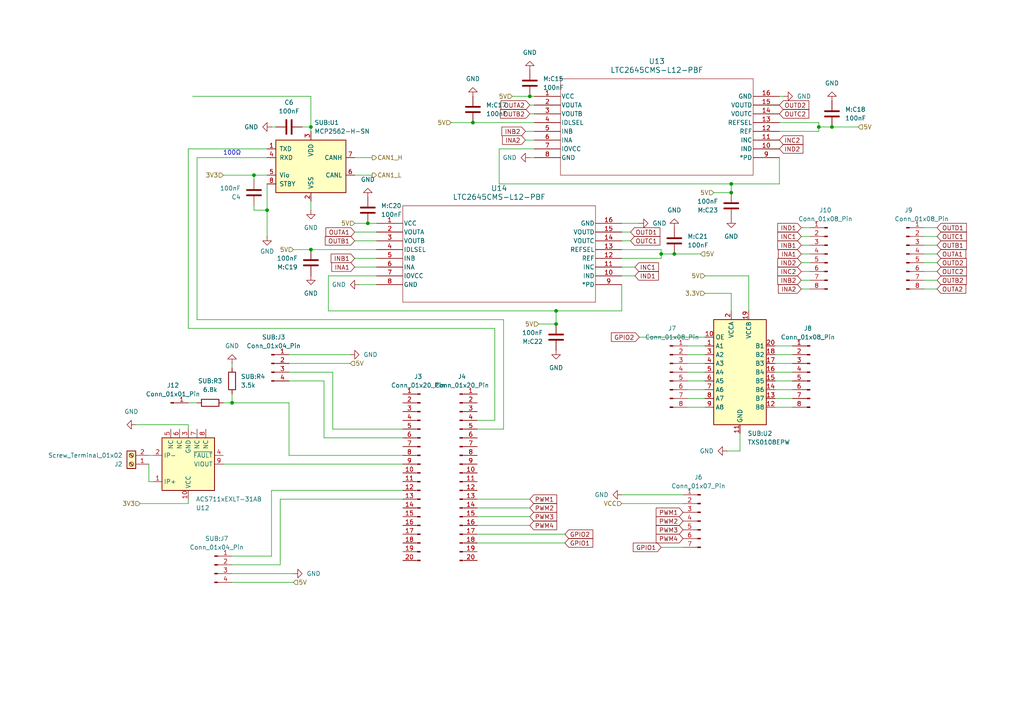
<source format=kicad_sch>
(kicad_sch (version 20231120) (generator "eeschema") (generator_version "8.0")
  (paper "A4")
  (title_block (company "Racing Team Rotterdam"))
  (lib_symbols
    (symbol "2024-10-19_12-47-35:LTC2645CMS-L12-PBF" (pin_names (offset 0.254))
      (property "Reference" "U" (at 35.56 10.16 0))
      (property "Value" "LTC2645CMS-L12-PBF" (at 35.56 7.62 0))
      (symbol "LTC2645CMS-L12-PBF_0_1"
        (polyline (pts (xy 7.62 -22.86) (xy 63.5 -22.86)) (stroke (width 0.127)))
        (polyline (pts (xy 7.62 5.08) (xy 7.62 -22.86)) (stroke (width 0.127)))
        (polyline (pts (xy 63.5 -22.86) (xy 63.5 5.08)) (stroke (width 0.127)))
        (polyline (pts (xy 63.5 5.08) (xy 7.62 5.08)) (stroke (width 0.127)))
        (pin power_in line (at 0 0 0) (length 7.62) (name "VCC") (number "1"))
        (pin input line (at 71.12 -15.24 180) (length 7.62) (name "IND") (number "10"))
        (pin input line (at 71.12 -12.7 180) (length 7.62) (name "INC") (number "11"))
        (pin bidirectional line (at 71.12 -10.16 180) (length 7.62) (name "REF") (number "12"))
        (pin input line (at 71.12 -7.62 180) (length 7.62) (name "REFSEL") (number "13"))
        (pin output line (at 71.12 -5.08 180) (length 7.62) (name "VOUTC") (number "14"))
        (pin output line (at 71.12 -2.54 180) (length 7.62) (name "VOUTD") (number "15"))
        (pin power_in line (at 71.12 0 180) (length 7.62) (name "GND") (number "16"))
        (pin output line (at 0 -2.54 0) (length 7.62) (name "VOUTA") (number "2"))
        (pin output line (at 0 -5.08 0) (length 7.62) (name "VOUTB") (number "3"))
        (pin input line (at 0 -7.62 0) (length 7.62) (name "IDLSEL") (number "4"))
        (pin input line (at 0 -10.16 0) (length 7.62) (name "INB") (number "5"))
        (pin input line (at 0 -12.7 0) (length 7.62) (name "INA") (number "6"))
        (pin bidirectional line (at 0 -15.24 0) (length 7.62) (name "IOVCC") (number "7"))
        (pin power_in line (at 0 -17.78 0) (length 7.62) (name "GND") (number "8"))
        (pin input line (at 71.12 -17.78 180) (length 7.62) (name "*PD") (number "9"))
      )
    )
    (symbol "Connector:Conn_01x01_Pin" (pin_names (offset 1.016) hide)
      (property "Reference" "J" (at 0 2.54 0))
      (property "Value" "Conn_01x01_Pin" (at 0 -2.54 0))
      (symbol "Conn_01x01_Pin_1_1"
        (polyline (pts (xy 1.27 0) (xy 0.8636 0)) (stroke (width 0.1524)))
        (rectangle (start 0.8636 0.127) (end 0 -0.127) (stroke (width 0.1524)) (fill (type outline)))
        (pin passive line (at 5.08 0 180) (length 3.81) (name "Pin_1") (number "1"))
      )
    )
    (symbol "Connector:Conn_01x04_Pin" (pin_names (offset 1.016) hide)
      (property "Reference" "J" (at 0 5.08 0))
      (property "Value" "Conn_01x04_Pin" (at 0 -7.62 0))
      (symbol "Conn_01x04_Pin_1_1"
        (polyline (pts (xy 1.27 -5.08) (xy 0.8636 -5.08)) (stroke (width 0.1524)))
        (polyline (pts (xy 1.27 -2.54) (xy 0.8636 -2.54)) (stroke (width 0.1524)))
        (polyline (pts (xy 1.27 0) (xy 0.8636 0)) (stroke (width 0.1524)))
        (polyline (pts (xy 1.27 2.54) (xy 0.8636 2.54)) (stroke (width 0.1524)))
        (rectangle (start 0.8636 -4.953) (end 0 -5.207) (stroke (width 0.1524)) (fill (type outline)))
        (rectangle (start 0.8636 -2.413) (end 0 -2.667) (stroke (width 0.1524)) (fill (type outline)))
        (rectangle (start 0.8636 0.127) (end 0 -0.127) (stroke (width 0.1524)) (fill (type outline)))
        (rectangle (start 0.8636 2.667) (end 0 2.413) (stroke (width 0.1524)) (fill (type outline)))
        (pin passive line (at 5.08 2.54 180) (length 3.81) (name "Pin_1") (number "1"))
        (pin passive line (at 5.08 0 180) (length 3.81) (name "Pin_2") (number "2"))
        (pin passive line (at 5.08 -2.54 180) (length 3.81) (name "Pin_3") (number "3"))
        (pin passive line (at 5.08 -5.08 180) (length 3.81) (name "Pin_4") (number "4"))
      )
    )
    (symbol "Connector:Conn_01x07_Pin" (pin_names (offset 1.016) hide)
      (property "Reference" "J" (at 0 10.16 0))
      (property "Value" "Conn_01x07_Pin" (at 0 -10.16 0))
      (symbol "Conn_01x07_Pin_1_1"
        (polyline (pts (xy 1.27 -7.62) (xy 0.8636 -7.62)) (stroke (width 0.1524)))
        (polyline (pts (xy 1.27 -5.08) (xy 0.8636 -5.08)) (stroke (width 0.1524)))
        (polyline (pts (xy 1.27 -2.54) (xy 0.8636 -2.54)) (stroke (width 0.1524)))
        (polyline (pts (xy 1.27 0) (xy 0.8636 0)) (stroke (width 0.1524)))
        (polyline (pts (xy 1.27 2.54) (xy 0.8636 2.54)) (stroke (width 0.1524)))
        (polyline (pts (xy 1.27 5.08) (xy 0.8636 5.08)) (stroke (width 0.1524)))
        (polyline (pts (xy 1.27 7.62) (xy 0.8636 7.62)) (stroke (width 0.1524)))
        (rectangle (start 0.8636 -7.493) (end 0 -7.747) (stroke (width 0.1524)) (fill (type outline)))
        (rectangle (start 0.8636 -4.953) (end 0 -5.207) (stroke (width 0.1524)) (fill (type outline)))
        (rectangle (start 0.8636 -2.413) (end 0 -2.667) (stroke (width 0.1524)) (fill (type outline)))
        (rectangle (start 0.8636 0.127) (end 0 -0.127) (stroke (width 0.1524)) (fill (type outline)))
        (rectangle (start 0.8636 2.667) (end 0 2.413) (stroke (width 0.1524)) (fill (type outline)))
        (rectangle (start 0.8636 5.207) (end 0 4.953) (stroke (width 0.1524)) (fill (type outline)))
        (rectangle (start 0.8636 7.747) (end 0 7.493) (stroke (width 0.1524)) (fill (type outline)))
        (pin passive line (at 5.08 7.62 180) (length 3.81) (name "Pin_1") (number "1"))
        (pin passive line (at 5.08 5.08 180) (length 3.81) (name "Pin_2") (number "2"))
        (pin passive line (at 5.08 2.54 180) (length 3.81) (name "Pin_3") (number "3"))
        (pin passive line (at 5.08 0 180) (length 3.81) (name "Pin_4") (number "4"))
        (pin passive line (at 5.08 -2.54 180) (length 3.81) (name "Pin_5") (number "5"))
        (pin passive line (at 5.08 -5.08 180) (length 3.81) (name "Pin_6") (number "6"))
        (pin passive line (at 5.08 -7.62 180) (length 3.81) (name "Pin_7") (number "7"))
      )
    )
    (symbol "Connector:Conn_01x08_Pin" (pin_names (offset 1.016) hide)
      (property "Reference" "J" (at 0 10.16 0))
      (property "Value" "Conn_01x08_Pin" (at 0 -12.7 0))
      (symbol "Conn_01x08_Pin_1_1"
        (polyline (pts (xy 1.27 -10.16) (xy 0.8636 -10.16)) (stroke (width 0.1524)))
        (polyline (pts (xy 1.27 -7.62) (xy 0.8636 -7.62)) (stroke (width 0.1524)))
        (polyline (pts (xy 1.27 -5.08) (xy 0.8636 -5.08)) (stroke (width 0.1524)))
        (polyline (pts (xy 1.27 -2.54) (xy 0.8636 -2.54)) (stroke (width 0.1524)))
        (polyline (pts (xy 1.27 0) (xy 0.8636 0)) (stroke (width 0.1524)))
        (polyline (pts (xy 1.27 2.54) (xy 0.8636 2.54)) (stroke (width 0.1524)))
        (polyline (pts (xy 1.27 5.08) (xy 0.8636 5.08)) (stroke (width 0.1524)))
        (polyline (pts (xy 1.27 7.62) (xy 0.8636 7.62)) (stroke (width 0.1524)))
        (rectangle (start 0.8636 -10.033) (end 0 -10.287) (stroke (width 0.1524)) (fill (type outline)))
        (rectangle (start 0.8636 -7.493) (end 0 -7.747) (stroke (width 0.1524)) (fill (type outline)))
        (rectangle (start 0.8636 -4.953) (end 0 -5.207) (stroke (width 0.1524)) (fill (type outline)))
        (rectangle (start 0.8636 -2.413) (end 0 -2.667) (stroke (width 0.1524)) (fill (type outline)))
        (rectangle (start 0.8636 0.127) (end 0 -0.127) (stroke (width 0.1524)) (fill (type outline)))
        (rectangle (start 0.8636 2.667) (end 0 2.413) (stroke (width 0.1524)) (fill (type outline)))
        (rectangle (start 0.8636 5.207) (end 0 4.953) (stroke (width 0.1524)) (fill (type outline)))
        (rectangle (start 0.8636 7.747) (end 0 7.493) (stroke (width 0.1524)) (fill (type outline)))
        (pin passive line (at 5.08 7.62 180) (length 3.81) (name "Pin_1") (number "1"))
        (pin passive line (at 5.08 5.08 180) (length 3.81) (name "Pin_2") (number "2"))
        (pin passive line (at 5.08 2.54 180) (length 3.81) (name "Pin_3") (number "3"))
        (pin passive line (at 5.08 0 180) (length 3.81) (name "Pin_4") (number "4"))
        (pin passive line (at 5.08 -2.54 180) (length 3.81) (name "Pin_5") (number "5"))
        (pin passive line (at 5.08 -5.08 180) (length 3.81) (name "Pin_6") (number "6"))
        (pin passive line (at 5.08 -7.62 180) (length 3.81) (name "Pin_7") (number "7"))
        (pin passive line (at 5.08 -10.16 180) (length 3.81) (name "Pin_8") (number "8"))
      )
    )
    (symbol "Connector:Conn_01x20_Pin" (pin_names (offset 1.016) hide)
      (property "Reference" "J" (at 0 25.4 0))
      (property "Value" "Conn_01x20_Pin" (at 0 -27.94 0))
      (symbol "Conn_01x20_Pin_1_1"
        (polyline (pts (xy 1.27 -25.4) (xy 0.8636 -25.4)) (stroke (width 0.1524)))
        (polyline (pts (xy 1.27 -22.86) (xy 0.8636 -22.86)) (stroke (width 0.1524)))
        (polyline (pts (xy 1.27 -20.32) (xy 0.8636 -20.32)) (stroke (width 0.1524)))
        (polyline (pts (xy 1.27 -17.78) (xy 0.8636 -17.78)) (stroke (width 0.1524)))
        (polyline (pts (xy 1.27 -15.24) (xy 0.8636 -15.24)) (stroke (width 0.1524)))
        (polyline (pts (xy 1.27 -12.7) (xy 0.8636 -12.7)) (stroke (width 0.1524)))
        (polyline (pts (xy 1.27 -10.16) (xy 0.8636 -10.16)) (stroke (width 0.1524)))
        (polyline (pts (xy 1.27 -7.62) (xy 0.8636 -7.62)) (stroke (width 0.1524)))
        (polyline (pts (xy 1.27 -5.08) (xy 0.8636 -5.08)) (stroke (width 0.1524)))
        (polyline (pts (xy 1.27 -2.54) (xy 0.8636 -2.54)) (stroke (width 0.1524)))
        (polyline (pts (xy 1.27 0) (xy 0.8636 0)) (stroke (width 0.1524)))
        (polyline (pts (xy 1.27 2.54) (xy 0.8636 2.54)) (stroke (width 0.1524)))
        (polyline (pts (xy 1.27 5.08) (xy 0.8636 5.08)) (stroke (width 0.1524)))
        (polyline (pts (xy 1.27 7.62) (xy 0.8636 7.62)) (stroke (width 0.1524)))
        (polyline (pts (xy 1.27 10.16) (xy 0.8636 10.16)) (stroke (width 0.1524)))
        (polyline (pts (xy 1.27 12.7) (xy 0.8636 12.7)) (stroke (width 0.1524)))
        (polyline (pts (xy 1.27 15.24) (xy 0.8636 15.24)) (stroke (width 0.1524)))
        (polyline (pts (xy 1.27 17.78) (xy 0.8636 17.78)) (stroke (width 0.1524)))
        (polyline (pts (xy 1.27 20.32) (xy 0.8636 20.32)) (stroke (width 0.1524)))
        (polyline (pts (xy 1.27 22.86) (xy 0.8636 22.86)) (stroke (width 0.1524)))
        (rectangle (start 0.8636 -25.273) (end 0 -25.527) (stroke (width 0.1524)) (fill (type outline)))
        (rectangle (start 0.8636 -22.733) (end 0 -22.987) (stroke (width 0.1524)) (fill (type outline)))
        (rectangle (start 0.8636 -20.193) (end 0 -20.447) (stroke (width 0.1524)) (fill (type outline)))
        (rectangle (start 0.8636 -17.653) (end 0 -17.907) (stroke (width 0.1524)) (fill (type outline)))
        (rectangle (start 0.8636 -15.113) (end 0 -15.367) (stroke (width 0.1524)) (fill (type outline)))
        (rectangle (start 0.8636 -12.573) (end 0 -12.827) (stroke (width 0.1524)) (fill (type outline)))
        (rectangle (start 0.8636 -10.033) (end 0 -10.287) (stroke (width 0.1524)) (fill (type outline)))
        (rectangle (start 0.8636 -7.493) (end 0 -7.747) (stroke (width 0.1524)) (fill (type outline)))
        (rectangle (start 0.8636 -4.953) (end 0 -5.207) (stroke (width 0.1524)) (fill (type outline)))
        (rectangle (start 0.8636 -2.413) (end 0 -2.667) (stroke (width 0.1524)) (fill (type outline)))
        (rectangle (start 0.8636 0.127) (end 0 -0.127) (stroke (width 0.1524)) (fill (type outline)))
        (rectangle (start 0.8636 2.667) (end 0 2.413) (stroke (width 0.1524)) (fill (type outline)))
        (rectangle (start 0.8636 5.207) (end 0 4.953) (stroke (width 0.1524)) (fill (type outline)))
        (rectangle (start 0.8636 7.747) (end 0 7.493) (stroke (width 0.1524)) (fill (type outline)))
        (rectangle (start 0.8636 10.287) (end 0 10.033) (stroke (width 0.1524)) (fill (type outline)))
        (rectangle (start 0.8636 12.827) (end 0 12.573) (stroke (width 0.1524)) (fill (type outline)))
        (rectangle (start 0.8636 15.367) (end 0 15.113) (stroke (width 0.1524)) (fill (type outline)))
        (rectangle (start 0.8636 17.907) (end 0 17.653) (stroke (width 0.1524)) (fill (type outline)))
        (rectangle (start 0.8636 20.447) (end 0 20.193) (stroke (width 0.1524)) (fill (type outline)))
        (rectangle (start 0.8636 22.987) (end 0 22.733) (stroke (width 0.1524)) (fill (type outline)))
        (pin passive line (at 5.08 22.86 180) (length 3.81) (name "Pin_1") (number "1"))
        (pin passive line (at 5.08 0 180) (length 3.81) (name "Pin_10") (number "10"))
        (pin passive line (at 5.08 -2.54 180) (length 3.81) (name "Pin_11") (number "11"))
        (pin passive line (at 5.08 -5.08 180) (length 3.81) (name "Pin_12") (number "12"))
        (pin passive line (at 5.08 -7.62 180) (length 3.81) (name "Pin_13") (number "13"))
        (pin passive line (at 5.08 -10.16 180) (length 3.81) (name "Pin_14") (number "14"))
        (pin passive line (at 5.08 -12.7 180) (length 3.81) (name "Pin_15") (number "15"))
        (pin passive line (at 5.08 -15.24 180) (length 3.81) (name "Pin_16") (number "16"))
        (pin passive line (at 5.08 -17.78 180) (length 3.81) (name "Pin_17") (number "17"))
        (pin passive line (at 5.08 -20.32 180) (length 3.81) (name "Pin_18") (number "18"))
        (pin passive line (at 5.08 -22.86 180) (length 3.81) (name "Pin_19") (number "19"))
        (pin passive line (at 5.08 20.32 180) (length 3.81) (name "Pin_2") (number "2"))
        (pin passive line (at 5.08 -25.4 180) (length 3.81) (name "Pin_20") (number "20"))
        (pin passive line (at 5.08 17.78 180) (length 3.81) (name "Pin_3") (number "3"))
        (pin passive line (at 5.08 15.24 180) (length 3.81) (name "Pin_4") (number "4"))
        (pin passive line (at 5.08 12.7 180) (length 3.81) (name "Pin_5") (number "5"))
        (pin passive line (at 5.08 10.16 180) (length 3.81) (name "Pin_6") (number "6"))
        (pin passive line (at 5.08 7.62 180) (length 3.81) (name "Pin_7") (number "7"))
        (pin passive line (at 5.08 5.08 180) (length 3.81) (name "Pin_8") (number "8"))
        (pin passive line (at 5.08 2.54 180) (length 3.81) (name "Pin_9") (number "9"))
      )
    )
    (symbol "Connector:Screw_Terminal_01x02" (pin_names (offset 1.016) hide)
      (property "Reference" "J" (at 0 2.54 0))
      (property "Value" "Screw_Terminal_01x02" (at 0 -5.08 0))
      (symbol "Screw_Terminal_01x02_1_1"
        (rectangle (start -1.27 1.27) (end 1.27 -3.81) (stroke (width 0.254)) (fill (type background)))
        (circle (center 0 -2.54) (radius 0.635) (stroke (width 0.1524)))
        (polyline (pts (xy -0.5334 -2.2098) (xy 0.3302 -3.048)) (stroke (width 0.1524)))
        (polyline (pts (xy -0.5334 0.3302) (xy 0.3302 -0.508)) (stroke (width 0.1524)))
        (polyline (pts (xy -0.3556 -2.032) (xy 0.508 -2.8702)) (stroke (width 0.1524)))
        (polyline (pts (xy -0.3556 0.508) (xy 0.508 -0.3302)) (stroke (width 0.1524)))
        (circle (center 0 0) (radius 0.635) (stroke (width 0.1524)))
        (pin passive line (at -5.08 0 0) (length 3.81) (name "Pin_1") (number "1"))
        (pin passive line (at -5.08 -2.54 0) (length 3.81) (name "Pin_2") (number "2"))
      )
    )
    (symbol "Device:C" (pin_numbers hide) (pin_names (offset 0.254))
      (property "Reference" "C" (at 0.635 2.54 0))
      (property "Value" "C" (at 0.635 -2.54 0))
      (symbol "C_0_1"
        (polyline (pts (xy -2.032 -0.762) (xy 2.032 -0.762)) (stroke (width 0.508)))
        (polyline (pts (xy -2.032 0.762) (xy 2.032 0.762)) (stroke (width 0.508)))
      )
      (symbol "C_1_1"
        (pin passive line (at 0 3.81 270) (length 2.794) (name "~") (number "1"))
        (pin passive line (at 0 -3.81 90) (length 2.794) (name "~") (number "2"))
      )
    )
    (symbol "Device:R" (pin_numbers hide) (pin_names (offset 0))
      (property "Reference" "R" (at 2.032 0 90))
      (property "Value" "R" (at 0 0 90))
      (symbol "R_0_1"
        (rectangle (start -1.016 -2.54) (end 1.016 2.54) (stroke (width 0.254)))
      )
      (symbol "R_1_1"
        (pin passive line (at 0 3.81 270) (length 1.27) (name "~") (number "1"))
        (pin passive line (at 0 -3.81 90) (length 1.27) (name "~") (number "2"))
      )
    )
    (symbol "Interface_CAN_LIN:MCP2562-H-SN" (pin_names (offset 1.016))
      (property "Reference" "U" (at -10.16 8.89 0))
      (property "Value" "MCP2562-H-SN" (at 2.54 8.89 0))
      (symbol "MCP2562-H-SN_0_1"
        (rectangle (start -10.16 7.62) (end 10.16 -7.62) (stroke (width 0.254)) (fill (type background)))
      )
      (symbol "MCP2562-H-SN_1_1"
        (pin input line (at -12.7 5.08 0) (length 2.54) (name "TXD") (number "1"))
        (pin power_in line (at 0 -10.16 90) (length 2.54) (name "VSS") (number "2"))
        (pin power_in line (at 0 10.16 270) (length 2.54) (name "VDD") (number "3"))
        (pin output line (at -12.7 2.54 0) (length 2.54) (name "RXD") (number "4"))
        (pin power_in line (at -12.7 -2.54 0) (length 2.54) (name "Vio") (number "5"))
        (pin bidirectional line (at 12.7 -2.54 180) (length 2.54) (name "CANL") (number "6"))
        (pin bidirectional line (at 12.7 2.54 180) (length 2.54) (name "CANH") (number "7"))
        (pin input line (at -12.7 -5.08 0) (length 2.54) (name "STBY") (number "8"))
      )
    )
    (symbol "Logic_LevelTranslator:TXS0108EPW"
      (property "Reference" "U" (at -6.35 16.51 0))
      (property "Value" "TXS0108EPW" (at 3.81 16.51 0))
      (symbol "TXS0108EPW_0_1"
        (rectangle (start -7.62 15.24) (end 7.62 -15.24) (stroke (width 0.254)) (fill (type background)))
      )
      (symbol "TXS0108EPW_1_1"
        (pin bidirectional line (at -10.16 7.62 0) (length 2.54) (name "A1") (number "1"))
        (pin input line (at -10.16 10.16 0) (length 2.54) (name "OE") (number "10"))
        (pin power_in line (at 0 -17.78 90) (length 2.54) (name "GND") (number "11"))
        (pin bidirectional line (at 10.16 -10.16 180) (length 2.54) (name "B8") (number "12"))
        (pin bidirectional line (at 10.16 -7.62 180) (length 2.54) (name "B7") (number "13"))
        (pin bidirectional line (at 10.16 -5.08 180) (length 2.54) (name "B6") (number "14"))
        (pin bidirectional line (at 10.16 -2.54 180) (length 2.54) (name "B5") (number "15"))
        (pin bidirectional line (at 10.16 0 180) (length 2.54) (name "B4") (number "16"))
        (pin bidirectional line (at 10.16 2.54 180) (length 2.54) (name "B3") (number "17"))
        (pin bidirectional line (at 10.16 5.08 180) (length 2.54) (name "B2") (number "18"))
        (pin power_in line (at 2.54 17.78 270) (length 2.54) (name "VCCB") (number "19"))
        (pin power_in line (at -2.54 17.78 270) (length 2.54) (name "VCCA") (number "2"))
        (pin bidirectional line (at 10.16 7.62 180) (length 2.54) (name "B1") (number "20"))
        (pin bidirectional line (at -10.16 5.08 0) (length 2.54) (name "A2") (number "3"))
        (pin bidirectional line (at -10.16 2.54 0) (length 2.54) (name "A3") (number "4"))
        (pin bidirectional line (at -10.16 0 0) (length 2.54) (name "A4") (number "5"))
        (pin bidirectional line (at -10.16 -2.54 0) (length 2.54) (name "A5") (number "6"))
        (pin bidirectional line (at -10.16 -5.08 0) (length 2.54) (name "A6") (number "7"))
        (pin bidirectional line (at -10.16 -7.62 0) (length 2.54) (name "A7") (number "8"))
        (pin bidirectional line (at -10.16 -10.16 0) (length 2.54) (name "A8") (number "9"))
      )
    )
    (symbol "Sensor_Current:ACS711xEXLT-31AB"
      (property "Reference" "U" (at 8.89 6.35 0))
      (property "Value" "ACS711xEXLT-31AB" (at 8.89 3.81 0))
      (symbol "ACS711xEXLT-31AB_0_1"
        (rectangle (start -7.62 7.62) (end 7.62 -7.62) (stroke (width 0.254)) (fill (type background)))
      )
      (symbol "ACS711xEXLT-31AB_1_1"
        (pin passive line (at -10.16 5.08 0) (length 2.54) (name "IP+") (number "1"))
        (pin power_in line (at 0 10.16 270) (length 2.54) (name "VCC") (number "10"))
        (pin passive line (at -10.16 -2.54 0) (length 2.54) (name "IP-") (number "2"))
        (pin power_in line (at 0 -10.16 90) (length 2.54) (name "GND") (number "3"))
        (pin output line (at 10.16 -2.54 180) (length 2.54) (name "~{FAULT}") (number "4"))
        (pin passive line (at -5.08 -10.16 90) (length 2.54) (name "NC") (number "5"))
        (pin passive line (at -2.54 -10.16 90) (length 2.54) (name "NC") (number "6"))
        (pin passive line (at 2.54 -10.16 90) (length 2.54) (name "NC") (number "7"))
        (pin passive line (at 5.08 -10.16 90) (length 2.54) (name "NC") (number "8"))
        (pin output line (at 10.16 0 180) (length 2.54) (name "VIOUT") (number "9"))
      )
    )
    (symbol "power:GND" (power) (pin_numbers hide) (pin_names (offset 0) hide)
      (property "Value" "GND" (at 0 -3.81 0))
      (symbol "GND_0_1"
        (polyline (pts (xy 0 0) (xy 0 -1.27) (xy 1.27 -1.27) (xy 0 -2.54) (xy -1.27 -1.27) (xy 0 -1.27)))
      )
      (symbol "GND_1_1"
        (pin power_in line (at 0 0 270) (length 0) (name "~") (number "1"))
      )
    )
  )
  (junction (at 67.31 116.84))
  (junction (at 161.29 90.17))
  (junction (at 212.09 55.88))
  (junction (at 237.49 36.83))
  (junction (at 73.66 50.8))
  (junction (at 241.3 36.83))
  (junction (at 153.67 27.94))
  (junction (at 195.58 73.66))
  (junction (at 90.17 36.83))
  (junction (at 90.17 72.39))
  (junction (at 161.29 93.98))
  (junction (at 212.09 53.34))
  (junction (at 77.47 60.96))
  (junction (at 106.68 64.77))
  (junction (at 137.16 35.56))
  (junction (at 191.77 73.66))
  (wire (pts (xy 232.41 73.66) (xy 234.95 73.66)))
  (wire (pts (xy 83.82 116.84) (xy 67.31 116.84)))
  (wire (pts (xy 180.34 80.01) (xy 184.15 80.01)))
  (wire (pts (xy 95.25 90.17) (xy 161.29 90.17)))
  (wire (pts (xy 93.98 110.49) (xy 93.98 127)))
  (wire (pts (xy 143.51 121.92) (xy 138.43 121.92)))
  (wire (pts (xy 185.42 64.77) (xy 180.34 64.77)))
  (wire (pts (xy 143.51 95.25) (xy 143.51 121.92)))
  (wire (pts (xy 73.66 52.07) (xy 73.66 50.8)))
  (wire (pts (xy 229.87 102.87) (xy 224.79 102.87)))
  (wire (pts (xy 180.34 69.85) (xy 182.88 69.85)))
  (wire (pts (xy 102.87 45.72) (xy 107.95 45.72)))
  (wire (pts (xy 95.25 80.01) (xy 95.25 90.17)))
  (wire (pts (xy 214.63 130.81) (xy 214.63 125.73)))
  (wire (pts (xy 43.18 134.62) (xy 43.18 139.7)))
  (wire (pts (xy 78.74 142.24) (xy 116.84 142.24)))
  (wire (pts (xy 109.22 80.01) (xy 95.25 80.01)))
  (wire (pts (xy 73.66 60.96) (xy 77.47 60.96)))
  (wire (pts (xy 39.37 123.19) (xy 54.61 123.19)))
  (wire (pts (xy 271.78 81.28) (xy 267.97 81.28)))
  (wire (pts (xy 102.87 69.85) (xy 109.22 69.85)))
  (wire (pts (xy 144.78 53.34) (xy 212.09 53.34)))
  (wire (pts (xy 234.95 78.74) (xy 232.41 78.74)))
  (wire (pts (xy 232.41 71.12) (xy 234.95 71.12)))
  (wire (pts (xy 102.87 50.8) (xy 107.95 50.8)))
  (wire (pts (xy 229.87 105.41) (xy 224.79 105.41)))
  (wire (pts (xy 153.67 45.72) (xy 154.94 45.72)))
  (wire (pts (xy 96.52 124.46) (xy 116.84 124.46)))
  (wire (pts (xy 138.43 152.4) (xy 153.67 152.4)))
  (wire (pts (xy 96.52 124.46) (xy 96.52 107.95)))
  (wire (pts (xy 237.49 35.56) (xy 237.49 36.83)))
  (wire (pts (xy 102.87 74.93) (xy 109.22 74.93)))
  (wire (pts (xy 90.17 72.39) (xy 109.22 72.39)))
  (wire (pts (xy 234.95 83.82) (xy 232.41 83.82)))
  (wire (pts (xy 241.3 36.83) (xy 237.49 36.83)))
  (wire (pts (xy 222.25 43.18) (xy 226.06 43.18)))
  (wire (pts (xy 54.61 43.18) (xy 77.47 43.18)))
  (wire (pts (xy 222.25 33.02) (xy 226.06 33.02)))
  (wire (pts (xy 212.09 53.34) (xy 212.09 55.88)))
  (wire (pts (xy 180.34 77.47) (xy 184.15 77.47)))
  (wire (pts (xy 180.34 72.39) (xy 191.77 72.39)))
  (wire (pts (xy 232.41 68.58) (xy 234.95 68.58)))
  (wire (pts (xy 229.87 100.33) (xy 224.79 100.33)))
  (wire (pts (xy 78.74 142.24) (xy 78.74 161.29)))
  (wire (pts (xy 195.58 73.66) (xy 191.77 73.66)))
  (wire (pts (xy 102.87 77.47) (xy 109.22 77.47)))
  (wire (pts (xy 229.87 118.11) (xy 224.79 118.11)))
  (wire (pts (xy 67.31 161.29) (xy 78.74 161.29)))
  (wire (pts (xy 226.06 53.34) (xy 226.06 45.72)))
  (wire (pts (xy 83.82 107.95) (xy 96.52 107.95)))
  (wire (pts (xy 203.2 73.66) (xy 195.58 73.66)))
  (wire (pts (xy 144.78 43.18) (xy 144.78 53.34)))
  (wire (pts (xy 199.39 113.03) (xy 204.47 113.03)))
  (wire (pts (xy 43.18 139.7) (xy 44.45 139.7)))
  (wire (pts (xy 199.39 102.87) (xy 204.47 102.87)))
  (wire (pts (xy 67.31 114.3) (xy 67.31 116.84)))
  (wire (pts (xy 210.82 130.81) (xy 214.63 130.81)))
  (wire (pts (xy 199.39 118.11) (xy 204.47 118.11)))
  (wire (pts (xy 199.39 105.41) (xy 204.47 105.41)))
  (wire (pts (xy 90.17 38.1) (xy 90.17 36.83)))
  (wire (pts (xy 54.61 95.25) (xy 143.51 95.25)))
  (wire (pts (xy 226.06 35.56) (xy 237.49 35.56)))
  (wire (pts (xy 101.6 102.87) (xy 83.82 102.87)))
  (wire (pts (xy 237.49 38.1) (xy 226.06 38.1)))
  (wire (pts (xy 234.95 76.2) (xy 232.41 76.2)))
  (wire (pts (xy 271.78 73.66) (xy 267.97 73.66)))
  (wire (pts (xy 77.47 60.96) (xy 77.47 53.34)))
  (wire (pts (xy 212.09 53.34) (xy 226.06 53.34)))
  (wire (pts (xy 90.17 27.94) (xy 90.17 36.83)))
  (wire (pts (xy 191.77 73.66) (xy 191.77 74.93)))
  (wire (pts (xy 248.92 36.83) (xy 241.3 36.83)))
  (wire (pts (xy 212.09 85.09) (xy 212.09 90.17)))
  (wire (pts (xy 199.39 107.95) (xy 204.47 107.95)))
  (wire (pts (xy 93.98 127) (xy 116.84 127)))
  (wire (pts (xy 199.39 110.49) (xy 204.47 110.49)))
  (wire (pts (xy 222.25 40.64) (xy 226.06 40.64)))
  (wire (pts (xy 271.78 78.74) (xy 267.97 78.74)))
  (wire (pts (xy 152.4 38.1) (xy 154.94 38.1)))
  (wire (pts (xy 81.28 144.78) (xy 116.84 144.78)))
  (wire (pts (xy 222.25 30.48) (xy 226.06 30.48)))
  (wire (pts (xy 207.01 55.88) (xy 212.09 55.88)))
  (wire (pts (xy 83.82 132.08) (xy 116.84 132.08)))
  (wire (pts (xy 199.39 115.57) (xy 204.47 115.57)))
  (wire (pts (xy 102.87 64.77) (xy 106.68 64.77)))
  (wire (pts (xy 102.87 67.31) (xy 109.22 67.31)))
  (wire (pts (xy 161.29 90.17) (xy 161.29 93.98)))
  (wire (pts (xy 180.34 143.51) (xy 198.12 143.51)))
  (wire (pts (xy 153.67 144.78) (xy 138.43 144.78)))
  (wire (pts (xy 80.01 36.83) (xy 78.74 36.83)))
  (wire (pts (xy 217.17 80.01) (xy 217.17 90.17)))
  (wire (pts (xy 146.05 124.46) (xy 138.43 124.46)))
  (wire (pts (xy 137.16 35.56) (xy 154.94 35.56)))
  (wire (pts (xy 55.88 27.94) (xy 90.17 27.94)))
  (wire (pts (xy 67.31 106.68) (xy 67.31 105.41)))
  (wire (pts (xy 161.29 90.17) (xy 180.34 90.17)))
  (wire (pts (xy 154.94 43.18) (xy 144.78 43.18)))
  (wire (pts (xy 83.82 116.84) (xy 83.82 132.08)))
  (wire (pts (xy 138.43 154.94) (xy 163.83 154.94)))
  (wire (pts (xy 138.43 147.32) (xy 153.67 147.32)))
  (wire (pts (xy 180.34 67.31) (xy 182.88 67.31)))
  (wire (pts (xy 54.61 146.05) (xy 54.61 144.78)))
  (wire (pts (xy 85.09 72.39) (xy 90.17 72.39)))
  (wire (pts (xy 73.66 50.8) (xy 77.47 50.8)))
  (wire (pts (xy 85.09 168.91) (xy 67.31 168.91)))
  (wire (pts (xy 191.77 72.39) (xy 191.77 73.66)))
  (wire (pts (xy 271.78 66.04) (xy 267.97 66.04)))
  (wire (pts (xy 40.64 146.05) (xy 54.61 146.05)))
  (wire (pts (xy 232.41 66.04) (xy 234.95 66.04)))
  (wire (pts (xy 81.28 144.78) (xy 81.28 163.83)))
  (wire (pts (xy 64.77 116.84) (xy 67.31 116.84)))
  (wire (pts (xy 191.77 74.93) (xy 180.34 74.93)))
  (wire (pts (xy 54.61 95.25) (xy 54.61 43.18)))
  (wire (pts (xy 87.63 36.83) (xy 90.17 36.83)))
  (wire (pts (xy 271.78 83.82) (xy 267.97 83.82)))
  (wire (pts (xy 227.33 27.94) (xy 226.06 27.94)))
  (wire (pts (xy 229.87 110.49) (xy 224.79 110.49)))
  (wire (pts (xy 229.87 115.57) (xy 224.79 115.57)))
  (wire (pts (xy 130.81 35.56) (xy 137.16 35.56)))
  (wire (pts (xy 271.78 68.58) (xy 267.97 68.58)))
  (wire (pts (xy 146.05 92.71) (xy 146.05 124.46)))
  (wire (pts (xy 199.39 100.33) (xy 204.47 100.33)))
  (wire (pts (xy 271.78 71.12) (xy 267.97 71.12)))
  (wire (pts (xy 44.45 132.08) (xy 43.18 132.08)))
  (wire (pts (xy 57.15 92.71) (xy 146.05 92.71)))
  (wire (pts (xy 101.6 105.41) (xy 83.82 105.41)))
  (wire (pts (xy 90.17 60.96) (xy 90.17 58.42)))
  (wire (pts (xy 234.95 81.28) (xy 232.41 81.28)))
  (wire (pts (xy 104.14 82.55) (xy 109.22 82.55)))
  (wire (pts (xy 54.61 124.46) (xy 54.61 123.19)))
  (wire (pts (xy 153.67 33.02) (xy 154.94 33.02)))
  (wire (pts (xy 191.77 158.75) (xy 198.12 158.75)))
  (wire (pts (xy 204.47 85.09) (xy 212.09 85.09)))
  (wire (pts (xy 106.68 64.77) (xy 109.22 64.77)))
  (wire (pts (xy 153.67 27.94) (xy 154.94 27.94)))
  (wire (pts (xy 153.67 30.48) (xy 154.94 30.48)))
  (wire (pts (xy 73.66 59.69) (xy 73.66 60.96)))
  (wire (pts (xy 180.34 90.17) (xy 180.34 82.55)))
  (wire (pts (xy 237.49 36.83) (xy 237.49 38.1)))
  (wire (pts (xy 64.77 50.8) (xy 73.66 50.8)))
  (wire (pts (xy 138.43 157.48) (xy 163.83 157.48)))
  (wire (pts (xy 185.42 97.79) (xy 204.47 97.79)))
  (wire (pts (xy 152.4 40.64) (xy 154.94 40.64)))
  (wire (pts (xy 204.47 80.01) (xy 217.17 80.01)))
  (wire (pts (xy 85.09 166.37) (xy 67.31 166.37)))
  (wire (pts (xy 229.87 107.95) (xy 224.79 107.95)))
  (wire (pts (xy 148.59 27.94) (xy 153.67 27.94)))
  (wire (pts (xy 64.77 134.62) (xy 116.84 134.62)))
  (wire (pts (xy 180.34 146.05) (xy 198.12 146.05)))
  (wire (pts (xy 57.15 92.71) (xy 57.15 45.72)))
  (wire (pts (xy 67.31 163.83) (xy 81.28 163.83)))
  (wire (pts (xy 156.21 93.98) (xy 161.29 93.98)))
  (wire (pts (xy 229.87 113.03) (xy 224.79 113.03)))
  (wire (pts (xy 271.78 76.2) (xy 267.97 76.2)))
  (wire (pts (xy 77.47 60.96) (xy 77.47 68.58)))
  (wire (pts (xy 138.43 149.86) (xy 153.67 149.86)))
  (wire (pts (xy 57.15 45.72) (xy 77.47 45.72)))
  (wire (pts (xy 83.82 110.49) (xy 93.98 110.49)))
  (wire (pts (xy 57.15 116.84) (xy 54.61 116.84)))
  (text "100Ω" (at 67.31 44.45 0) (effects (font (size 1.27 1.27))))
  (global_label "INC1" (shape input) (at 232.41 68.58 180) (property "Intersheetrefs" "${INTERSHEET_REFS}" (effects (hide yes))))
  (global_label "OUTA1" (shape input) (at 102.87 67.31 180) (property "Intersheetrefs" "${INTERSHEET_REFS}" (effects (hide yes))))
  (global_label "OUTC2" (shape input) (at 226.06 33.02 0) (property "Intersheetrefs" "${INTERSHEET_REFS}" (effects (hide yes))))
  (global_label "IND2" (shape input) (at 226.06 43.18 0) (property "Intersheetrefs" "${INTERSHEET_REFS}" (effects (hide yes))))
  (global_label "PWM3" (shape input) (at 153.67 149.86 0) (property "Intersheetrefs" "${INTERSHEET_REFS}" (effects (hide yes))))
  (global_label "PWM4" (shape input) (at 198.12 156.21 180) (property "Intersheetrefs" "${INTERSHEET_REFS}" (effects (hide yes))))
  (global_label "INB1" (shape input) (at 102.87 74.93 180) (property "Intersheetrefs" "${INTERSHEET_REFS}" (effects (hide yes))))
  (global_label "INB2" (shape input) (at 232.41 81.28 180) (property "Intersheetrefs" "${INTERSHEET_REFS}" (effects (hide yes))))
  (global_label "OUTD2" (shape input) (at 271.78 76.2 0) (property "Intersheetrefs" "${INTERSHEET_REFS}" (effects (hide yes))))
  (global_label "OUTD1" (shape input) (at 182.88 67.31 0) (property "Intersheetrefs" "${INTERSHEET_REFS}" (effects (hide yes))))
  (global_label "OUTD1" (shape input) (at 271.78 66.04 0) (property "Intersheetrefs" "${INTERSHEET_REFS}" (effects (hide yes))))
  (global_label "GPIO1" (shape input) (at 163.83 157.48 0) (property "Intersheetrefs" "${INTERSHEET_REFS}" (effects (hide yes))))
  (global_label "INA2" (shape input) (at 232.41 83.82 180) (property "Intersheetrefs" "${INTERSHEET_REFS}" (effects (hide yes))))
  (global_label "OUTA2" (shape input) (at 153.67 30.48 180) (property "Intersheetrefs" "${INTERSHEET_REFS}" (effects (hide yes))))
  (global_label "INB1" (shape input) (at 232.41 71.12 180) (property "Intersheetrefs" "${INTERSHEET_REFS}" (effects (hide yes))))
  (global_label "PWM3" (shape input) (at 198.12 153.67 180) (property "Intersheetrefs" "${INTERSHEET_REFS}" (effects (hide yes))))
  (global_label "OUTC2" (shape input) (at 271.78 78.74 0) (property "Intersheetrefs" "${INTERSHEET_REFS}" (effects (hide yes))))
  (global_label "OUTB1" (shape input) (at 271.78 71.12 0) (property "Intersheetrefs" "${INTERSHEET_REFS}" (effects (hide yes))))
  (global_label "IND1" (shape input) (at 184.15 80.01 0) (property "Intersheetrefs" "${INTERSHEET_REFS}" (effects (hide yes))))
  (global_label "PWM2" (shape input) (at 153.67 147.32 0) (property "Intersheetrefs" "${INTERSHEET_REFS}" (effects (hide yes))))
  (global_label "IND1" (shape input) (at 232.41 66.04 180) (property "Intersheetrefs" "${INTERSHEET_REFS}" (effects (hide yes))))
  (global_label "OUTB2" (shape input) (at 153.67 33.02 180) (property "Intersheetrefs" "${INTERSHEET_REFS}" (effects (hide yes))))
  (global_label "INC2" (shape input) (at 232.41 78.74 180) (property "Intersheetrefs" "${INTERSHEET_REFS}" (effects (hide yes))))
  (global_label "INA1" (shape input) (at 232.41 73.66 180) (property "Intersheetrefs" "${INTERSHEET_REFS}" (effects (hide yes))))
  (global_label "IND2" (shape input) (at 232.41 76.2 180) (property "Intersheetrefs" "${INTERSHEET_REFS}" (effects (hide yes))))
  (global_label "OUTD2" (shape input) (at 226.06 30.48 0) (property "Intersheetrefs" "${INTERSHEET_REFS}" (effects (hide yes))))
  (global_label "GPIO1" (shape input) (at 191.77 158.75 180) (property "Intersheetrefs" "${INTERSHEET_REFS}" (effects (hide yes))))
  (global_label "GPIO2" (shape input) (at 185.42 97.79 180) (property "Intersheetrefs" "${INTERSHEET_REFS}" (effects (hide yes))))
  (global_label "OUTA1" (shape input) (at 271.78 73.66 0) (property "Intersheetrefs" "${INTERSHEET_REFS}" (effects (hide yes))))
  (global_label "INA1" (shape input) (at 102.87 77.47 180) (property "Intersheetrefs" "${INTERSHEET_REFS}" (effects (hide yes))))
  (global_label "GPIO2" (shape input) (at 163.83 154.94 0) (property "Intersheetrefs" "${INTERSHEET_REFS}" (effects (hide yes))))
  (global_label "OUTB1" (shape input) (at 102.87 69.85 180) (property "Intersheetrefs" "${INTERSHEET_REFS}" (effects (hide yes))))
  (global_label "INC2" (shape input) (at 226.06 40.64 0) (property "Intersheetrefs" "${INTERSHEET_REFS}" (effects (hide yes))))
  (global_label "INB2" (shape input) (at 152.4 38.1 180) (property "Intersheetrefs" "${INTERSHEET_REFS}" (effects (hide yes))))
  (global_label "OUTA2" (shape input) (at 271.78 83.82 0) (property "Intersheetrefs" "${INTERSHEET_REFS}" (effects (hide yes))))
  (global_label "PWM1" (shape input) (at 153.67 144.78 0) (property "Intersheetrefs" "${INTERSHEET_REFS}" (effects (hide yes))))
  (global_label "OUTC1" (shape input) (at 182.88 69.85 0) (property "Intersheetrefs" "${INTERSHEET_REFS}" (effects (hide yes))))
  (global_label "PWM2" (shape input) (at 198.12 151.13 180) (property "Intersheetrefs" "${INTERSHEET_REFS}" (effects (hide yes))))
  (global_label "PWM4" (shape input) (at 153.67 152.4 0) (property "Intersheetrefs" "${INTERSHEET_REFS}" (effects (hide yes))))
  (global_label "PWM1" (shape input) (at 198.12 148.59 180) (property "Intersheetrefs" "${INTERSHEET_REFS}" (effects (hide yes))))
  (global_label "INC1" (shape input) (at 184.15 77.47 0) (property "Intersheetrefs" "${INTERSHEET_REFS}" (effects (hide yes))))
  (global_label "INA2" (shape input) (at 152.4 40.64 180) (property "Intersheetrefs" "${INTERSHEET_REFS}" (effects (hide yes))))
  (global_label "OUTC1" (shape input) (at 271.78 68.58 0) (property "Intersheetrefs" "${INTERSHEET_REFS}" (effects (hide yes))))
  (global_label "OUTB2" (shape input) (at 271.78 81.28 0) (property "Intersheetrefs" "${INTERSHEET_REFS}" (effects (hide yes))))
  (hierarchical_label "3V3" (shape input) (at 64.77 50.8 180))
  (hierarchical_label "5V" (shape input) (at 207.01 55.88 180))
  (hierarchical_label "5V" (shape input) (at 156.21 93.98 180))
  (hierarchical_label "5V" (shape input) (at 101.6 105.41 0))
  (hierarchical_label "3V3" (shape input) (at 40.64 146.05 180))
  (hierarchical_label "VCC" (shape input) (at 180.34 146.05 180))
  (hierarchical_label "5V" (shape input) (at 102.87 64.77 180))
  (hierarchical_label "5V" (shape input) (at 130.81 35.56 180))
  (hierarchical_label "5V" (shape input) (at 85.09 168.91 0))
  (hierarchical_label "CAN1_H" (shape output) (at 107.95 45.72 0))
  (hierarchical_label "5V" (shape input) (at 148.59 27.94 180))
  (hierarchical_label "5V" (shape input) (at 204.47 80.01 180))
  (hierarchical_label "3.3V" (shape input) (at 204.47 85.09 180))
  (hierarchical_label "CAN1_L" (shape output) (at 107.95 50.8 0))
  (hierarchical_label "5V" (shape input) (at 248.92 36.83 0))
  (hierarchical_label "5V" (shape input) (at 203.2 73.66 0))
  (hierarchical_label "5V" (shape input) (at 85.09 72.39 180))
  (symbol (lib_id "Interface_CAN_LIN:MCP2562-H-SN") (at 90.17 48.26 0) (unit 1)
    (property "Reference" "SUB:U1" (at 91.186 35.56 0) (effects (justify left)))
    (property "Value" "MCP2562-H-SN" (at 91.186 38.1 0) (effects (justify left)))
    (property "Footprint" "Package_SO:SOIC-8_3.9x4.9mm_P1.27mm" (effects (hide yes)))
    (property "Datasheet" "http://ww1.microchip.com/downloads/en/DeviceDoc/25167A.pdf" (effects (hide yes)))
    (property "Description" "High-Speed CAN Transceiver, 1Mbps, 5V supply, Vio pin, -40C to +150C, SOIC-8" (effects (hide yes)))
  )
  (symbol (lib_id "power:GND") (at 78.74 36.83 270) (unit 1)
    (property "Reference" "#PWR085" (effects (hide yes)))
    (property "Value" "GND" (at 74.93 36.8299 90) (effects (justify right)))
    (property "Description" "Power symbol creates a global label with name \"GND\" , ground" (effects (hide yes)))
  )
  (symbol (lib_id "2024-10-19_12-47-35:LTC2645CMS-L12-PBF") (at 109.22 64.77 0) (unit 1)
    (property "Reference" "U14" (at 144.78 54.61 0) (effects (font (size 1.524 1.524))))
    (property "Value" "LTC2645CMS-L12-PBF" (at 144.78 57.15 0) (effects (font (size 1.524 1.524))))
    (property "Footprint" "MSOP-16_MS_LIT" (effects (hide yes)))
    (property "Datasheet" "LTC2645CMS-L12-PBF" (effects (hide yes)))
  )
  (symbol (lib_id "Connector:Conn_01x01_Pin") (at 49.53 116.84 0) (unit 1)
    (property "Reference" "J12" (at 50.165 111.76 0))
    (property "Value" "Conn_01x01_Pin" (at 50.165 114.3 0))
    (property "Footprint" "Connector_PinHeader_2.54mm:PinHeader_1x01_P2.54mm_Vertical" (effects (hide yes)))
    (property "Description" "Generic connector, single row, 01x01, script generated" (effects (hide yes)))
  )
  (symbol (lib_id "power:GND") (at 106.68 57.15 180) (unit 1)
    (property "Reference" "#PWR0100" (effects (hide yes)))
    (property "Value" "GND" (at 106.68 52.07 0))
    (property "Description" "Power symbol creates a global label with name \"GND\" , ground" (effects (hide yes)))
  )
  (symbol (lib_id "Connector:Conn_01x20_Pin") (at 121.92 137.16 0) (mirror y) (unit 1)
    (property "Reference" "J3" (at 121.285 109.22 0))
    (property "Value" "Conn_01x20_Pin" (at 121.285 111.76 0))
    (property "Footprint" "Connector_PinHeader_2.54mm:PinHeader_1x20_P2.54mm_Vertical" (effects (hide yes)))
    (property "Description" "Generic connector, single row, 01x20, script generated" (effects (hide yes)))
  )
  (symbol (lib_id "power:GND") (at 67.31 105.41 0) (mirror x) (unit 1)
    (property "Reference" "#PWR0106" (effects (hide yes)))
    (property "Value" "GND" (at 67.31 100.33 0))
    (property "Description" "Power symbol creates a global label with name \"GND\" , ground" (effects (hide yes)))
  )
  (symbol (lib_id "Device:C") (at 212.09 59.69 0) (unit 1)
    (property "Reference" "M:C23" (at 208.28 60.9601 0) (effects (justify right)))
    (property "Value" "100nF" (at 208.28 58.4201 0) (effects (justify right)))
    (property "Footprint" "Capacitor_SMD:C_0603_1608Metric_Pad1.08x0.95mm_HandSolder" (effects (hide yes)))
    (property "Description" "Unpolarized capacitor" (effects (hide yes)))
  )
  (symbol (lib_id "power:GND") (at 195.58 66.04 180) (unit 1)
    (property "Reference" "#PWR0101" (effects (hide yes)))
    (property "Value" "GND" (at 195.58 60.96 0))
    (property "Description" "Power symbol creates a global label with name \"GND\" , ground" (effects (hide yes)))
  )
  (symbol (lib_id "power:GND") (at 39.37 123.19 270) (unit 1)
    (property "Reference" "#PWR091" (effects (hide yes)))
    (property "Value" "GND" (at 38.1 119.38 90))
    (property "Description" "Power symbol creates a global label with name \"GND\" , ground" (effects (hide yes)))
  )
  (symbol (lib_id "power:GND") (at 90.17 60.96 0) (unit 1)
    (property "Reference" "#PWR086" (effects (hide yes)))
    (property "Value" "GND" (at 90.17 66.04 0))
    (property "Description" "Power symbol creates a global label with name \"GND\" , ground" (effects (hide yes)))
  )
  (symbol (lib_id "power:GND") (at 104.14 82.55 270) (unit 1)
    (property "Reference" "#PWR090" (effects (hide yes)))
    (property "Value" "GND" (at 100.33 82.5499 90) (effects (justify right)))
    (property "Description" "Power symbol creates a global label with name \"GND\" , ground" (effects (hide yes)))
  )
  (symbol (lib_id "Logic_LevelTranslator:TXS0108EPW") (at 214.63 107.95 0) (unit 1)
    (property "Reference" "SUB:U2" (at 216.8241 125.73 0) (effects (justify left)))
    (property "Value" "TXS0108EPW" (at 216.8241 128.27 0) (effects (justify left)))
    (property "Footprint" "Package_SO:TSSOP-20_4.4x6.5mm_P0.65mm" (effects (hide yes)))
    (property "Datasheet" "www.ti.com/lit/ds/symlink/txs0108e.pdf" (effects (hide yes)))
    (property "Description" "Bidirectional  level-shifting voltage translator, TSSOP-20" (effects (hide yes)))
  )
  (symbol (lib_id "power:GND") (at 210.82 130.81 270) (unit 1)
    (property "Reference" "#PWR088" (effects (hide yes)))
    (property "Value" "GND" (at 207.01 130.8099 90) (effects (justify right)))
    (property "Description" "Power symbol creates a global label with name \"GND\" , ground" (effects (hide yes)))
  )
  (symbol (lib_id "Device:C") (at 83.82 36.83 90) (unit 1)
    (property "Reference" "C6" (at 83.82 29.718 90))
    (property "Value" "100nF" (at 83.82 32.258 90))
    (property "Footprint" "Capacitor_SMD:C_0603_1608Metric_Pad1.08x0.95mm_HandSolder" (effects (hide yes)))
    (property "Description" "Unpolarized capacitor" (effects (hide yes)))
  )
  (symbol (lib_id "Device:C") (at 241.3 33.02 180) (unit 1)
    (property "Reference" "M:C18" (at 245.11 31.7499 0) (effects (justify right)))
    (property "Value" "100nF" (at 245.11 34.2899 0) (effects (justify right)))
    (property "Footprint" "Capacitor_SMD:C_0603_1608Metric_Pad1.08x0.95mm_HandSolder" (effects (hide yes)))
    (property "Description" "Unpolarized capacitor" (effects (hide yes)))
  )
  (symbol (lib_id "power:GND") (at 77.47 68.58 0) (unit 1)
    (property "Reference" "#PWR084" (effects (hide yes)))
    (property "Value" "GND" (at 75.438 72.898 0) (effects (justify left)))
    (property "Description" "Power symbol creates a global label with name \"GND\" , ground" (effects (hide yes)))
  )
  (symbol (lib_id "Device:R") (at 67.31 110.49 0) (unit 1)
    (property "Reference" "SUB:R4" (at 69.85 109.2199 0) (effects (justify left)))
    (property "Value" "3.5k" (at 69.85 111.7599 0) (effects (justify left)))
    (property "Footprint" "Resistor_THT:R_Axial_DIN0414_L11.9mm_D4.5mm_P7.62mm_Vertical" (effects (hide yes)))
    (property "Description" "Resistor" (effects (hide yes)))
  )
  (symbol (lib_id "Device:C") (at 161.29 97.79 0) (unit 1)
    (property "Reference" "M:C22" (at 157.48 99.0601 0) (effects (justify right)))
    (property "Value" "100nF" (at 157.48 96.5201 0) (effects (justify right)))
    (property "Footprint" "Capacitor_SMD:C_0603_1608Metric_Pad1.08x0.95mm_HandSolder" (effects (hide yes)))
    (property "Description" "Unpolarized capacitor" (effects (hide yes)))
  )
  (symbol (lib_id "power:GND") (at 153.67 45.72 270) (unit 1)
    (property "Reference" "#PWR094" (effects (hide yes)))
    (property "Value" "GND" (at 149.86 45.7199 90) (effects (justify right)))
    (property "Description" "Power symbol creates a global label with name \"GND\" , ground" (effects (hide yes)))
  )
  (symbol (lib_id "power:GND") (at 90.17 80.01 0) (unit 1)
    (property "Reference" "#PWR099" (effects (hide yes)))
    (property "Value" "GND" (at 90.17 85.09 0))
    (property "Description" "Power symbol creates a global label with name \"GND\" , ground" (effects (hide yes)))
  )
  (symbol (lib_id "Connector:Conn_01x04_Pin") (at 78.74 105.41 0) (unit 1)
    (property "Reference" "SUB:J3" (at 79.375 97.79 0))
    (property "Value" "Conn_01x04_Pin" (at 79.375 100.33 0))
    (property "Footprint" "Connector_PinHeader_2.54mm:PinHeader_1x04_P2.54mm_Vertical" (effects (hide yes)))
    (property "Description" "Generic connector, single row, 01x04, script generated" (effects (hide yes)))
  )
  (symbol (lib_id "Device:C") (at 106.68 60.96 180) (unit 1)
    (property "Reference" "M:C20" (at 110.49 59.6899 0) (effects (justify right)))
    (property "Value" "100nF" (at 110.49 62.2299 0) (effects (justify right)))
    (property "Footprint" "Capacitor_SMD:C_0603_1608Metric_Pad1.08x0.95mm_HandSolder" (effects (hide yes)))
    (property "Description" "Unpolarized capacitor" (effects (hide yes)))
  )
  (symbol (lib_id "Connector:Conn_01x07_Pin") (at 203.2 151.13 0) (mirror y) (unit 1)
    (property "Reference" "J6" (at 202.565 138.43 0))
    (property "Value" "Conn_01x07_Pin" (at 202.565 140.97 0))
    (property "Description" "Generic connector, single row, 01x07, script generated" (effects (hide yes)))
  )
  (symbol (lib_id "power:GND") (at 180.34 143.51 270) (unit 1)
    (property "Reference" "#PWR089" (effects (hide yes)))
    (property "Value" "GND" (at 176.53 143.5099 90) (effects (justify right)))
    (property "Description" "Power symbol creates a global label with name \"GND\" , ground" (effects (hide yes)))
  )
  (symbol (lib_id "Device:C") (at 137.16 31.75 180) (unit 1)
    (property "Reference" "M:C17" (at 140.97 30.4799 0) (effects (justify right)))
    (property "Value" "100nF" (at 140.97 33.0199 0) (effects (justify right)))
    (property "Footprint" "Capacitor_SMD:C_0603_1608Metric_Pad1.08x0.95mm_HandSolder" (effects (hide yes)))
    (property "Description" "Unpolarized capacitor" (effects (hide yes)))
  )
  (symbol (lib_id "Connector:Conn_01x04_Pin") (at 62.23 163.83 0) (unit 1)
    (property "Reference" "SUB:J7" (at 62.865 156.21 0))
    (property "Value" "Conn_01x04_Pin" (at 62.865 158.75 0))
    (property "Footprint" "Connector_PinHeader_2.54mm:PinHeader_1x04_P2.54mm_Vertical" (effects (hide yes)))
    (property "Description" "Generic connector, single row, 01x04, script generated" (effects (hide yes)))
  )
  (symbol (lib_id "power:GND") (at 85.09 166.37 90) (mirror x) (unit 1)
    (property "Reference" "#PWR092" (effects (hide yes)))
    (property "Value" "GND" (at 88.9 166.3699 90) (effects (justify right)))
    (property "Description" "Power symbol creates a global label with name \"GND\" , ground" (effects (hide yes)))
  )
  (symbol (lib_id "power:GND") (at 241.3 29.21 180) (unit 1)
    (property "Reference" "#PWR098" (effects (hide yes)))
    (property "Value" "GND" (at 241.3 24.13 0))
    (property "Description" "Power symbol creates a global label with name \"GND\" , ground" (effects (hide yes)))
  )
  (symbol (lib_id "2024-10-19_12-47-35:LTC2645CMS-L12-PBF") (at 154.94 27.94 0) (unit 1)
    (property "Reference" "U13" (at 190.5 17.78 0) (effects (font (size 1.524 1.524))))
    (property "Value" "LTC2645CMS-L12-PBF" (at 190.5 20.32 0) (effects (font (size 1.524 1.524))))
    (property "Footprint" "MSOP-16_MS_LIT" (effects (hide yes)))
    (property "Datasheet" "LTC2645CMS-L12-PBF" (effects (hide yes)))
  )
  (symbol (lib_id "power:GND") (at 212.09 63.5 0) (unit 1)
    (property "Reference" "#PWR0103" (effects (hide yes)))
    (property "Value" "GND" (at 212.09 68.58 0))
    (property "Description" "Power symbol creates a global label with name \"GND\" , ground" (effects (hide yes)))
  )
  (symbol (lib_id "power:GND") (at 101.6 102.87 90) (mirror x) (unit 1)
    (property "Reference" "#PWR087" (effects (hide yes)))
    (property "Value" "GND" (at 105.41 102.8699 90) (effects (justify right)))
    (property "Description" "Power symbol creates a global label with name \"GND\" , ground" (effects (hide yes)))
  )
  (symbol (lib_id "Device:R") (at 60.96 116.84 90) (unit 1)
    (property "Reference" "SUB:R3" (at 60.96 110.49 90))
    (property "Value" "6.8k" (at 60.96 113.03 90))
    (property "Footprint" "Resistor_THT:R_Axial_DIN0414_L11.9mm_D4.5mm_P7.62mm_Vertical" (effects (hide yes)))
    (property "Description" "Resistor" (effects (hide yes)))
  )
  (symbol (lib_id "power:GND") (at 161.29 101.6 0) (unit 1)
    (property "Reference" "#PWR0102" (effects (hide yes)))
    (property "Value" "GND" (at 161.29 106.68 0))
    (property "Description" "Power symbol creates a global label with name \"GND\" , ground" (effects (hide yes)))
  )
  (symbol (lib_id "Connector:Screw_Terminal_01x02") (at 38.1 134.62 180) (unit 1)
    (property "Reference" "J2" (at 35.56 134.6201 0) (effects (justify left)))
    (property "Value" "Screw_Terminal_01x02" (at 35.56 132.0801 0) (effects (justify left)))
    (property "Description" "Generic screw terminal, single row, 01x02, script generated (kicad-library-utils/schlib/autogen/connector/)" (effects (hide yes)))
  )
  (symbol (lib_id "Connector:Conn_01x08_Pin") (at 240.03 73.66 0) (mirror y) (unit 1)
    (property "Reference" "J10" (at 239.395 60.96 0))
    (property "Value" "Conn_01x08_Pin" (at 239.395 63.5 0))
    (property "Footprint" "Connector_PinHeader_2.54mm:PinHeader_1x08_P2.54mm_Vertical" (effects (hide yes)))
    (property "Description" "Generic connector, single row, 01x08, script generated" (effects (hide yes)))
  )
  (symbol (lib_id "power:GND") (at 185.42 64.77 90) (mirror x) (unit 1)
    (property "Reference" "#PWR093" (effects (hide yes)))
    (property "Value" "GND" (at 189.23 64.7699 90) (effects (justify right)))
    (property "Description" "Power symbol creates a global label with name \"GND\" , ground" (effects (hide yes)))
  )
  (symbol (lib_id "Connector:Conn_01x08_Pin") (at 262.89 73.66 0) (unit 1)
    (property "Reference" "J9" (at 263.525 60.96 0))
    (property "Value" "Conn_01x08_Pin" (at 267.335 63.5 0))
    (property "Footprint" "Connector_PinHeader_2.54mm:PinHeader_1x08_P2.54mm_Vertical" (effects (hide yes)))
    (property "Description" "Generic connector, single row, 01x08, script generated" (effects (hide yes)))
  )
  (symbol (lib_id "Device:C") (at 90.17 76.2 0) (unit 1)
    (property "Reference" "M:C19" (at 86.36 77.4701 0) (effects (justify right)))
    (property "Value" "100nF" (at 86.36 74.9301 0) (effects (justify right)))
    (property "Footprint" "Capacitor_SMD:C_0603_1608Metric_Pad1.08x0.95mm_HandSolder" (effects (hide yes)))
    (property "Description" "Unpolarized capacitor" (effects (hide yes)))
  )
  (symbol (lib_id "power:GND") (at 137.16 27.94 180) (unit 1)
    (property "Reference" "#PWR097" (effects (hide yes)))
    (property "Value" "GND" (at 137.16 22.86 0))
    (property "Description" "Power symbol creates a global label with name \"GND\" , ground" (effects (hide yes)))
  )
  (symbol (lib_id "Device:C") (at 195.58 69.85 180) (unit 1)
    (property "Reference" "M:C21" (at 199.39 68.5799 0) (effects (justify right)))
    (property "Value" "100nF" (at 199.39 71.1199 0) (effects (justify right)))
    (property "Footprint" "Capacitor_SMD:C_0603_1608Metric_Pad1.08x0.95mm_HandSolder" (effects (hide yes)))
    (property "Description" "Unpolarized capacitor" (effects (hide yes)))
  )
  (symbol (lib_id "power:GND") (at 227.33 27.94 90) (mirror x) (unit 1)
    (property "Reference" "#PWR095" (effects (hide yes)))
    (property "Value" "GND" (at 231.14 27.9399 90) (effects (justify right)))
    (property "Description" "Power symbol creates a global label with name \"GND\" , ground" (effects (hide yes)))
  )
  (symbol (lib_id "Connector:Conn_01x08_Pin") (at 194.31 107.95 0) (unit 1)
    (property "Reference" "J7" (at 194.945 95.25 0))
    (property "Value" "Conn_01x08_Pin" (at 194.945 97.79 0))
    (property "Footprint" "Connector_PinHeader_2.54mm:PinHeader_1x08_P2.54mm_Vertical" (effects (hide yes)))
    (property "Description" "Generic connector, single row, 01x08, script generated" (effects (hide yes)))
  )
  (symbol (lib_id "Connector:Conn_01x08_Pin") (at 234.95 107.95 0) (mirror y) (unit 1)
    (property "Reference" "J8" (at 234.315 95.25 0))
    (property "Value" "Conn_01x08_Pin" (at 234.315 97.79 0))
    (property "Footprint" "Connector_PinHeader_2.54mm:PinHeader_1x08_P2.54mm_Vertical" (effects (hide yes)))
    (property "Description" "Generic connector, single row, 01x08, script generated" (effects (hide yes)))
  )
  (symbol (lib_id "power:GND") (at 153.67 20.32 180) (unit 1)
    (property "Reference" "#PWR096" (effects (hide yes)))
    (property "Value" "GND" (at 153.67 15.24 0))
    (property "Description" "Power symbol creates a global label with name \"GND\" , ground" (effects (hide yes)))
  )
  (symbol (lib_id "Device:C") (at 73.66 55.88 180) (unit 1)
    (property "Reference" "C4" (at 69.85 57.1501 0) (effects (justify left)))
    (property "Value" "100nF" (at 69.85 54.6101 0) (effects (justify left)))
    (property "Footprint" "Capacitor_SMD:C_0603_1608Metric_Pad1.08x0.95mm_HandSolder" (effects (hide yes)))
    (property "Description" "Unpolarized capacitor" (effects (hide yes)))
  )
  (symbol (lib_id "Connector:Conn_01x20_Pin") (at 133.35 137.16 0) (unit 1)
    (property "Reference" "J4" (at 133.985 109.22 0))
    (property "Value" "Conn_01x20_Pin" (at 133.985 111.76 0))
    (property "Footprint" "Connector_PinHeader_2.54mm:PinHeader_1x20_P2.54mm_Vertical" (effects (hide yes)))
    (property "Description" "Generic connector, single row, 01x20, script generated" (effects (hide yes)))
  )
  (symbol (lib_id "Device:C") (at 153.67 24.13 180) (unit 1)
    (property "Reference" "M:C15" (at 157.48 22.8599 0) (effects (justify right)))
    (property "Value" "100nF" (at 157.48 25.3999 0) (effects (justify right)))
    (property "Footprint" "Capacitor_SMD:C_0603_1608Metric_Pad1.08x0.95mm_HandSolder" (effects (hide yes)))
    (property "Description" "Unpolarized capacitor" (effects (hide yes)))
  )
  (symbol (lib_id "Sensor_Current:ACS711xEXLT-31AB") (at 54.61 134.62 0) (mirror x) (unit 1)
    (property "Reference" "U12" (at 56.8041 147.32 0) (effects (justify left)))
    (property "Value" "ACS711xEXLT-31AB" (at 56.8041 144.78 0) (effects (justify left)))
    (property "Footprint" "Sensor_Current:Allegro_QFN-12-10-1EP_3x3mm_P0.5mm" (effects (hide yes)))
    (property "Datasheet" "http://www.allegromicro.com/~/Media/Files/Datasheets/ACS711-Datasheet.ashx" (effects (hide yes)))
    (property "Description" "±31A Bidirectional, Hall-Effect Current Sensor, +3.3V supply, 45mV/A, QFN-12" (effects (hide yes)))
  )
)
</source>
